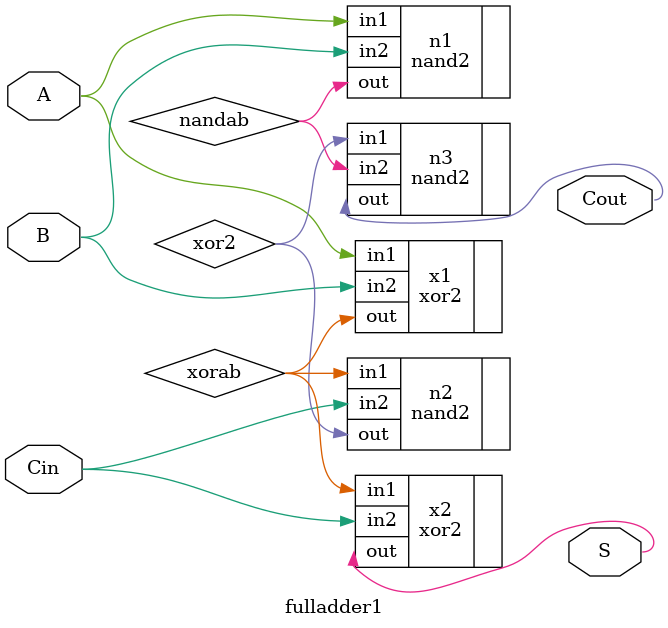
<source format=v>
module fulladder1 (
	input A, B, Cin,
	output S, Cout);

	wire xorab,nandab,xor2;
	
	xor2 x1 (.in1(A),.in2(B),.out(xorab));
	xor2 x2 (.in1(xorab),.in2(Cin),.out(S));

	nand2 n1 (.in1(A),.in2(B), .out(nandab));
	nand2 n2 (.in1(xorab),.in2(Cin),.out(xor2));
	nand2 n3 (.in1(xor2),.in2(nandab),.out(Cout));

endmodule

</source>
